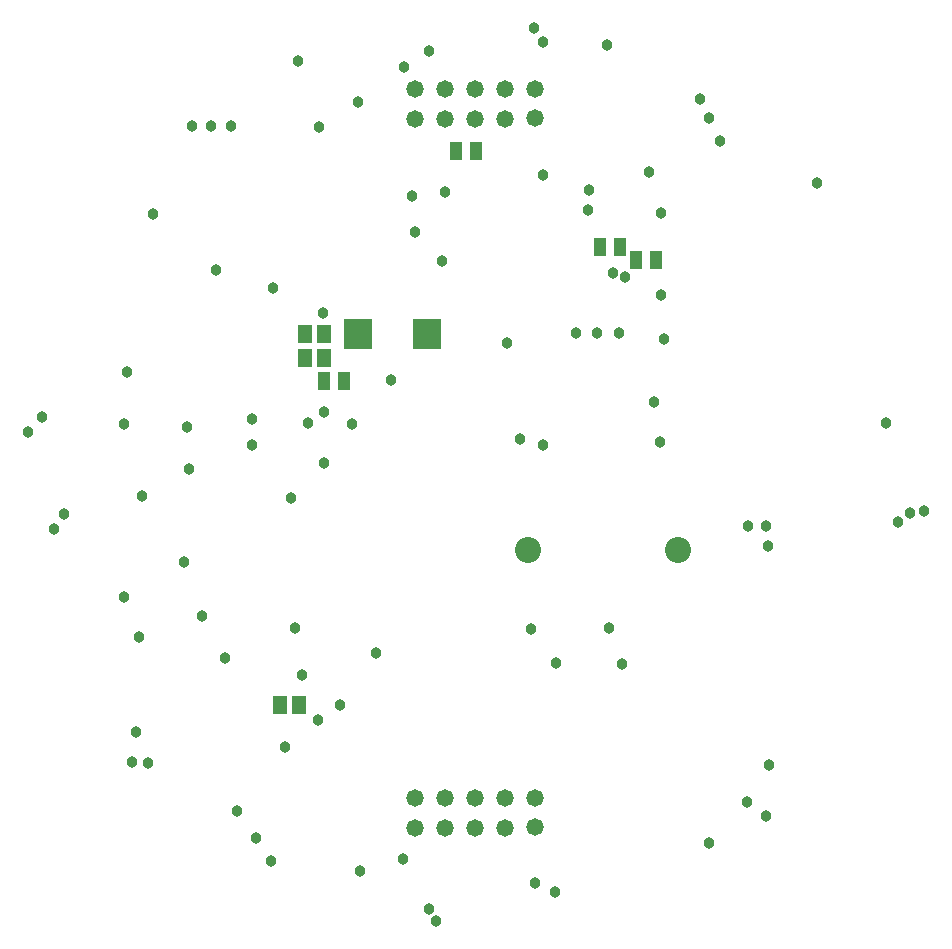
<source format=gbr>
%TF.GenerationSoftware,Altium Limited,Altium Designer,18.1.6 (161)*%
G04 Layer_Color=16711935*
%FSLAX25Y25*%
%MOIN*%
%TF.FileFunction,Soldermask,Bot*%
%TF.Part,Single*%
G01*
G75*
%TA.AperFunction,SMDPad,CuDef*%
%ADD43R,0.09461X0.10052*%
%ADD44R,0.04540X0.06115*%
%ADD45R,0.04147X0.05918*%
%TA.AperFunction,ComponentPad*%
%ADD46C,0.05800*%
%ADD47C,0.08674*%
%TA.AperFunction,ViaPad*%
%ADD48C,0.03800*%
D43*
X275926Y361500D02*
D03*
X298958D02*
D03*
D44*
X249850Y238000D02*
D03*
X256150D02*
D03*
X258350Y361500D02*
D03*
X264650D02*
D03*
X258350Y353500D02*
D03*
X264650D02*
D03*
D45*
X264390Y346000D02*
D03*
X271083D02*
D03*
X315347Y422500D02*
D03*
X308653D02*
D03*
X375346Y386381D02*
D03*
X368653D02*
D03*
X363146Y390488D02*
D03*
X356453D02*
D03*
D46*
X294961Y433071D02*
D03*
X304961D02*
D03*
X314961D02*
D03*
X324961D02*
D03*
X334961Y433571D02*
D03*
Y443071D02*
D03*
X324961D02*
D03*
X314961D02*
D03*
X304961D02*
D03*
X294961D02*
D03*
Y206850D02*
D03*
X304961D02*
D03*
X314961D02*
D03*
X324961D02*
D03*
X334961D02*
D03*
Y197350D02*
D03*
X324961Y196850D02*
D03*
X314961D02*
D03*
X304961D02*
D03*
X294961D02*
D03*
D47*
X332423Y289500D02*
D03*
X382423D02*
D03*
D48*
X174500Y296500D02*
D03*
X178000Y301500D02*
D03*
X166000Y329000D02*
D03*
X170500Y334000D02*
D03*
X242000Y193500D02*
D03*
X464500Y302500D02*
D03*
X337500Y459000D02*
D03*
X247000Y186000D02*
D03*
X390000Y439946D02*
D03*
X204000Y307500D02*
D03*
X224000Y267500D02*
D03*
X218000Y285500D02*
D03*
X253500Y307000D02*
D03*
X219500Y316500D02*
D03*
X219000Y330500D02*
D03*
X304000Y386000D02*
D03*
X305000Y409000D02*
D03*
X294961Y395500D02*
D03*
X294000Y407500D02*
D03*
X412500Y291000D02*
D03*
X406000Y297500D02*
D03*
X412000D02*
D03*
X364000Y251500D02*
D03*
X359500Y263500D02*
D03*
X342000Y252000D02*
D03*
X333500Y263154D02*
D03*
X325500Y358500D02*
D03*
X264384Y318500D02*
D03*
X273740Y331500D02*
D03*
X259240Y332000D02*
D03*
X337500Y324500D02*
D03*
X376500Y325500D02*
D03*
X374500Y339000D02*
D03*
X363000Y362000D02*
D03*
X355500D02*
D03*
X348500D02*
D03*
X231500Y253500D02*
D03*
X282000Y255153D02*
D03*
X255000Y263500D02*
D03*
X251500Y224000D02*
D03*
X286740Y346240D02*
D03*
X262846Y430653D02*
D03*
X290921Y186500D02*
D03*
X352500Y403000D02*
D03*
X270000Y238000D02*
D03*
X378000Y360000D02*
D03*
X377000Y374500D02*
D03*
X361000Y381834D02*
D03*
X365000Y380500D02*
D03*
X396500Y426006D02*
D03*
X359000Y457846D02*
D03*
X256000Y452500D02*
D03*
X276000Y439000D02*
D03*
X228500Y382846D02*
D03*
X247567Y376933D02*
D03*
X240500Y324500D02*
D03*
X240606Y333087D02*
D03*
X197852Y274000D02*
D03*
X202852Y260500D02*
D03*
X376961Y402000D02*
D03*
X372961Y415587D02*
D03*
X329961Y326500D02*
D03*
X197852Y331500D02*
D03*
X198852Y349000D02*
D03*
X264390Y335500D02*
D03*
X334472Y463500D02*
D03*
X291222Y450500D02*
D03*
X393000Y433446D02*
D03*
X257193Y248000D02*
D03*
X262500Y233000D02*
D03*
X264240Y368500D02*
D03*
X352961Y409500D02*
D03*
X337461Y414500D02*
D03*
X207704Y401500D02*
D03*
X334871Y178629D02*
D03*
X233500Y430847D02*
D03*
X227000Y431000D02*
D03*
X220500D02*
D03*
X276631Y182631D02*
D03*
X341500Y175696D02*
D03*
X455811Y299000D02*
D03*
X299500Y170000D02*
D03*
X393000Y192000D02*
D03*
X299500Y456000D02*
D03*
X460000Y302000D02*
D03*
X202000Y229000D02*
D03*
X205988Y218500D02*
D03*
X235500Y202500D02*
D03*
X451963Y331963D02*
D03*
X413000Y218000D02*
D03*
X405500Y205500D02*
D03*
X429000Y412000D02*
D03*
X412000Y201000D02*
D03*
X302000Y166000D02*
D03*
X200500Y219000D02*
D03*
%TF.MD5,6ca279f4ca1e608bec29fdcf36e06fe4*%
M02*

</source>
